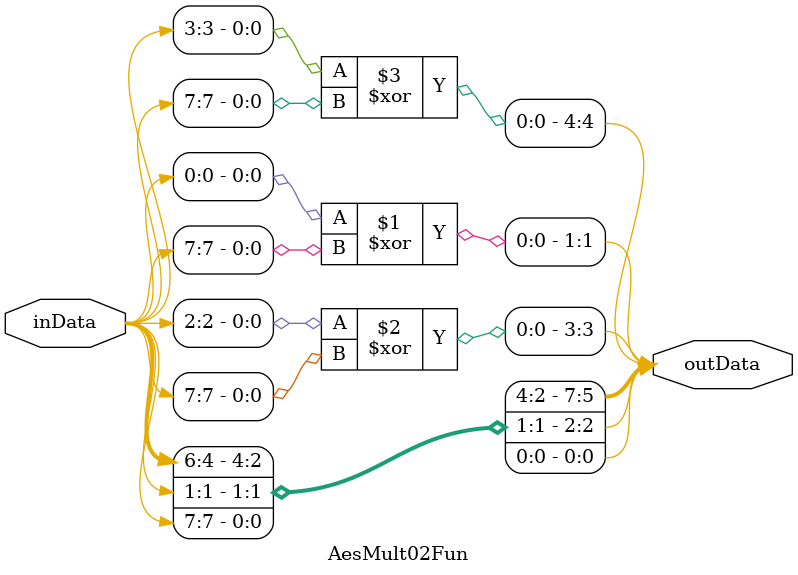
<source format=v>
module AesMult02Fun (
	input	wire	[7:0]	inData,
    output	wire	[7:0]	outData
);

assign outData[0] = inData[7];
assign outData[1] = inData[0] ^ inData[7];
assign outData[2] = inData[1];
assign outData[3] = inData[2] ^ inData[7];
assign outData[4] = inData[3] ^ inData[7];
assign outData[5] = inData[4];
assign outData[6] = inData[5];
assign outData[7] = inData[6];

endmodule
</source>
